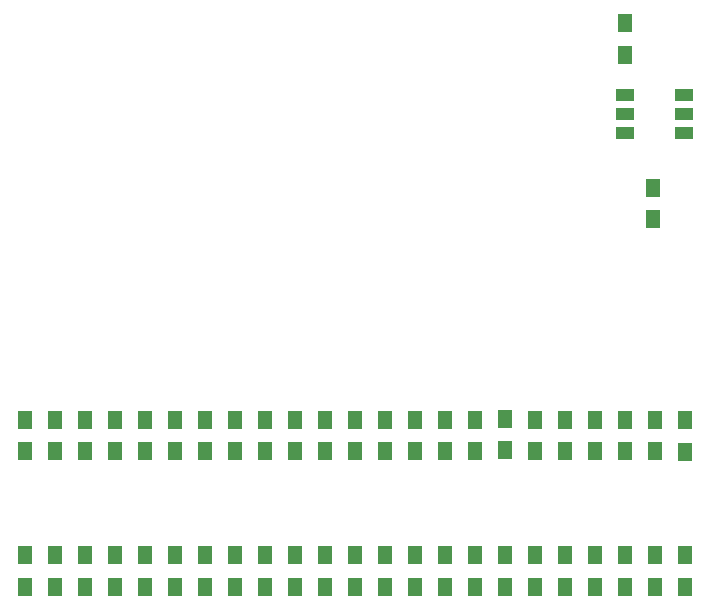
<source format=gtp>
G04 #@! TF.GenerationSoftware,KiCad,Pcbnew,5.0.0-rc2*
G04 #@! TF.CreationDate,2019-01-05T22:06:41-05:00*
G04 #@! TF.ProjectId,ZMHW_Map,5A4D48575F4D61702E6B696361645F70,rev?*
G04 #@! TF.SameCoordinates,Original*
G04 #@! TF.FileFunction,Paste,Top*
G04 #@! TF.FilePolarity,Positive*
%FSLAX46Y46*%
G04 Gerber Fmt 4.6, Leading zero omitted, Abs format (unit mm)*
G04 Created by KiCad (PCBNEW 5.0.0-rc2) date Sat Jan  5 22:06:41 2019*
%MOMM*%
%LPD*%
G01*
G04 APERTURE LIST*
%ADD10R,1.300000X1.500000*%
%ADD11R,1.600000X1.000000*%
G04 APERTURE END LIST*
D10*
G04 #@! TO.C,R1*
X223520000Y-85748600D03*
X223520000Y-83048600D03*
G04 #@! TD*
G04 #@! TO.C,R2*
X220980000Y-83048600D03*
X220980000Y-85748600D03*
G04 #@! TD*
G04 #@! TO.C,R3*
X218440000Y-85748600D03*
X218440000Y-83048600D03*
G04 #@! TD*
G04 #@! TO.C,R4*
X215900000Y-83048600D03*
X215900000Y-85748600D03*
G04 #@! TD*
G04 #@! TO.C,R5*
X213360000Y-85748600D03*
X213360000Y-83048600D03*
G04 #@! TD*
G04 #@! TO.C,R6*
X210820000Y-82968600D03*
X210820000Y-85668600D03*
G04 #@! TD*
G04 #@! TO.C,R7*
X208280000Y-85748600D03*
X208280000Y-83048600D03*
G04 #@! TD*
G04 #@! TO.C,R8*
X205740000Y-83048600D03*
X205740000Y-85748600D03*
G04 #@! TD*
G04 #@! TO.C,R9*
X203200000Y-85748600D03*
X203200000Y-83048600D03*
G04 #@! TD*
G04 #@! TO.C,R10*
X200660000Y-85748600D03*
X200660000Y-83048600D03*
G04 #@! TD*
G04 #@! TO.C,R11*
X198120000Y-85748600D03*
X198120000Y-83048600D03*
G04 #@! TD*
G04 #@! TO.C,R12*
X195580000Y-83048600D03*
X195580000Y-85748600D03*
G04 #@! TD*
G04 #@! TO.C,R13*
X193040000Y-85748600D03*
X193040000Y-83048600D03*
G04 #@! TD*
G04 #@! TO.C,R14*
X190500000Y-83048600D03*
X190500000Y-85748600D03*
G04 #@! TD*
G04 #@! TO.C,R15*
X187960000Y-85748600D03*
X187960000Y-83048600D03*
G04 #@! TD*
G04 #@! TO.C,R16*
X185420000Y-83048600D03*
X185420000Y-85748600D03*
G04 #@! TD*
G04 #@! TO.C,R17*
X182880000Y-85748600D03*
X182880000Y-83048600D03*
G04 #@! TD*
G04 #@! TO.C,R18*
X180340000Y-83048600D03*
X180340000Y-85748600D03*
G04 #@! TD*
G04 #@! TO.C,R19*
X177800000Y-85748600D03*
X177800000Y-83048600D03*
G04 #@! TD*
G04 #@! TO.C,R20*
X175260000Y-83048600D03*
X175260000Y-85748600D03*
G04 #@! TD*
G04 #@! TO.C,R21*
X172720000Y-83048600D03*
X172720000Y-85748600D03*
G04 #@! TD*
G04 #@! TO.C,R22*
X170180000Y-85748600D03*
X170180000Y-83048600D03*
G04 #@! TD*
G04 #@! TO.C,R23*
X226064000Y-97191700D03*
X226064000Y-94491700D03*
G04 #@! TD*
G04 #@! TO.C,R24*
X223524000Y-94491700D03*
X223524000Y-97191700D03*
G04 #@! TD*
G04 #@! TO.C,R25*
X220984000Y-97191700D03*
X220984000Y-94491700D03*
G04 #@! TD*
G04 #@! TO.C,R26*
X218444000Y-97191700D03*
X218444000Y-94491700D03*
G04 #@! TD*
G04 #@! TO.C,R27*
X215904000Y-94491700D03*
X215904000Y-97191700D03*
G04 #@! TD*
G04 #@! TO.C,R28*
X226060000Y-83128600D03*
X226060000Y-85828600D03*
G04 #@! TD*
G04 #@! TO.C,R29*
X213364000Y-94491700D03*
X213364000Y-97191700D03*
G04 #@! TD*
G04 #@! TO.C,R30*
X210824000Y-97191700D03*
X210824000Y-94491700D03*
G04 #@! TD*
G04 #@! TO.C,R31*
X208284000Y-94491700D03*
X208284000Y-97191700D03*
G04 #@! TD*
G04 #@! TO.C,R32*
X205744000Y-97191700D03*
X205744000Y-94491700D03*
G04 #@! TD*
G04 #@! TO.C,R33*
X203204000Y-94491700D03*
X203204000Y-97191700D03*
G04 #@! TD*
G04 #@! TO.C,R34*
X200664000Y-97191700D03*
X200664000Y-94491700D03*
G04 #@! TD*
G04 #@! TO.C,R35*
X198124000Y-94491700D03*
X198124000Y-97191700D03*
G04 #@! TD*
G04 #@! TO.C,R36*
X195584000Y-97191700D03*
X195584000Y-94491700D03*
G04 #@! TD*
G04 #@! TO.C,R37*
X193044000Y-94491700D03*
X193044000Y-97191700D03*
G04 #@! TD*
G04 #@! TO.C,R38*
X190504000Y-94491700D03*
X190504000Y-97191700D03*
G04 #@! TD*
G04 #@! TO.C,R39*
X187964000Y-97191700D03*
X187964000Y-94491700D03*
G04 #@! TD*
G04 #@! TO.C,R40*
X185424000Y-94491700D03*
X185424000Y-97191700D03*
G04 #@! TD*
G04 #@! TO.C,R41*
X182884000Y-97191700D03*
X182884000Y-94491700D03*
G04 #@! TD*
G04 #@! TO.C,R42*
X180344000Y-94491700D03*
X180344000Y-97191700D03*
G04 #@! TD*
G04 #@! TO.C,R43*
X177804000Y-97191700D03*
X177804000Y-94491700D03*
G04 #@! TD*
G04 #@! TO.C,R44*
X175264000Y-94491700D03*
X175264000Y-97191700D03*
G04 #@! TD*
G04 #@! TO.C,R45*
X172724000Y-97191700D03*
X172724000Y-94491700D03*
G04 #@! TD*
G04 #@! TO.C,R46*
X170184000Y-97191700D03*
X170184000Y-94491700D03*
G04 #@! TD*
G04 #@! TO.C,C1*
X223420000Y-63402900D03*
X223420000Y-66102900D03*
G04 #@! TD*
D11*
G04 #@! TO.C,RGBLED*
X226020000Y-58750000D03*
X226020000Y-57150000D03*
X226020000Y-55550000D03*
X221020000Y-58750000D03*
X221020000Y-57150000D03*
X221020000Y-55550000D03*
G04 #@! TD*
D10*
G04 #@! TO.C,R47*
X220980000Y-52150000D03*
X220980000Y-49450000D03*
G04 #@! TD*
M02*

</source>
